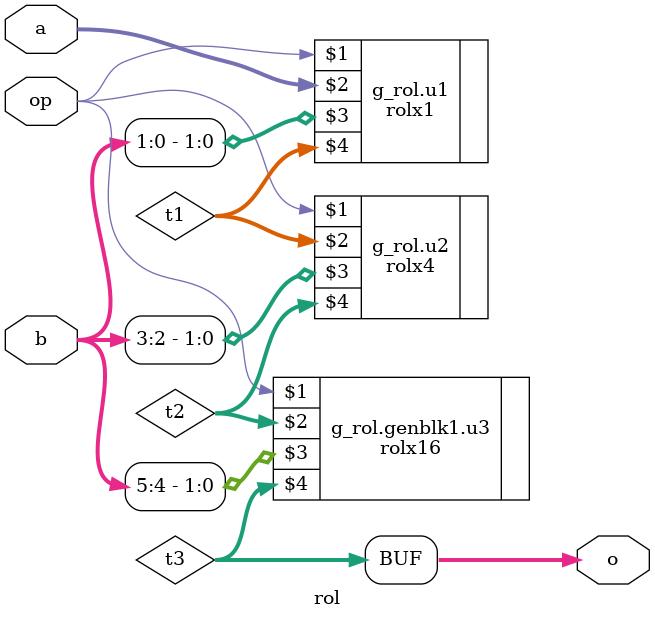
<source format=v>
module rol
#(parameter WID = 32)
(
input op,
input [WID:1] a,
input [5:0] b,
output [WID:1] o
);
wire [WID:1] t1, t2, t3;

generate 
begin : g_rol
	rolx1  #(WID) u1 (op,  a, b[1:0], t1);
	rolx4  #(WID) u2 (op, t1, b[3:2], t2);
	if (WID>16) begin
		assign o = t3;
		rolx16 #(WID) u3 (op, t2, b[5:4], t3);
	end
	else
		assign o = t2;
end
endgenerate

endmodule


</source>
